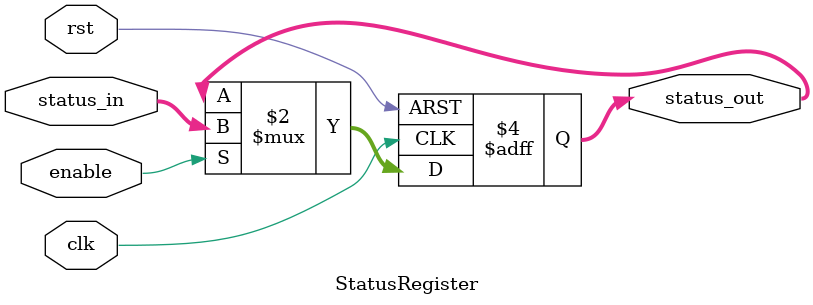
<source format=v>
module StatusRegister (input clk, rst, enable, input[3: 0] status_in,
                       output reg[3: 0]status_out);

  always @ (negedge clk, posedge rst) begin
    if (rst)
      status_out <= 4'b 0;
    else if (enable)
      status_out <= status_in;
  end

endmodule // StatusRegister

</source>
